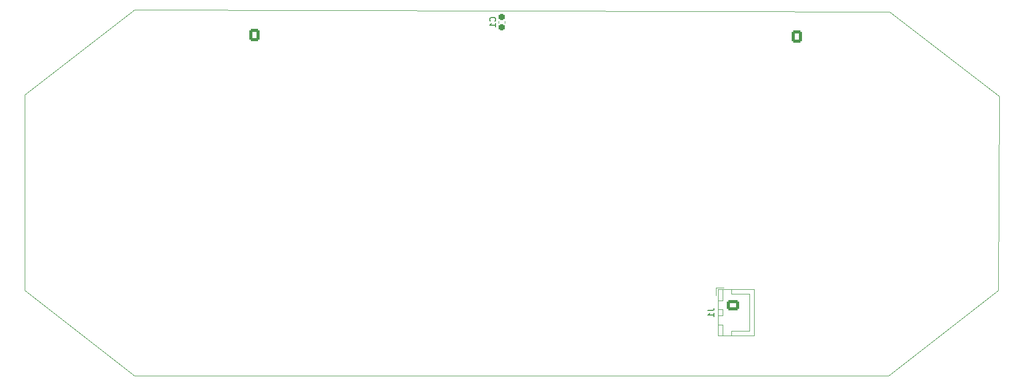
<source format=gbr>
%TF.GenerationSoftware,KiCad,Pcbnew,7.0.6-7.0.6~ubuntu20.04.1*%
%TF.CreationDate,2023-07-11T10:17:37+02:00*%
%TF.ProjectId,output_panel2023-07-11_081728.4517270000,6f757470-7574-45f7-9061-6e656c323032,rev?*%
%TF.SameCoordinates,Original*%
%TF.FileFunction,Legend,Bot*%
%TF.FilePolarity,Positive*%
%FSLAX45Y45*%
G04 Gerber Fmt 4.5, Leading zero omitted, Abs format (unit mm)*
G04 Created by KiCad (PCBNEW 7.0.6-7.0.6~ubuntu20.04.1) date 2023-07-11 10:17:37*
%MOMM*%
%LPD*%
G01*
G04 APERTURE LIST*
G04 Aperture macros list*
%AMRoundRect*
0 Rectangle with rounded corners*
0 $1 Rounding radius*
0 $2 $3 $4 $5 $6 $7 $8 $9 X,Y pos of 4 corners*
0 Add a 4 corners polygon primitive as box body*
4,1,4,$2,$3,$4,$5,$6,$7,$8,$9,$2,$3,0*
0 Add four circle primitives for the rounded corners*
1,1,$1+$1,$2,$3*
1,1,$1+$1,$4,$5*
1,1,$1+$1,$6,$7*
1,1,$1+$1,$8,$9*
0 Add four rect primitives between the rounded corners*
20,1,$1+$1,$2,$3,$4,$5,0*
20,1,$1+$1,$4,$5,$6,$7,0*
20,1,$1+$1,$6,$7,$8,$9,0*
20,1,$1+$1,$8,$9,$2,$3,0*%
G04 Aperture macros list end*
%TA.AperFunction,Profile*%
%ADD10C,0.100000*%
%TD*%
%ADD11C,0.150000*%
%ADD12C,0.120000*%
%ADD13C,5.600000*%
%ADD14RoundRect,0.250000X0.600000X0.725000X-0.600000X0.725000X-0.600000X-0.725000X0.600000X-0.725000X0*%
%ADD15O,1.700000X1.950000*%
%ADD16R,1.700000X1.700000*%
%ADD17O,1.700000X1.700000*%
%ADD18RoundRect,0.250000X-0.750000X0.600000X-0.750000X-0.600000X0.750000X-0.600000X0.750000X0.600000X0*%
%ADD19O,2.000000X1.700000*%
%ADD20RoundRect,0.237500X-0.237500X0.300000X-0.237500X-0.300000X0.237500X-0.300000X0.237500X0.300000X0*%
G04 APERTURE END LIST*
D10*
X1850000Y-6070000D02*
X50000Y-4670000D01*
X14250000Y-6070000D02*
X1850000Y-6070000D01*
X16050000Y-4670000D02*
X14250000Y-6070000D01*
X14270000Y-90000D02*
X16070000Y-1480000D01*
X16070000Y-1480000D02*
X16050000Y-4670000D01*
X50000Y-4670000D02*
X50000Y-1450000D01*
X50000Y-1450000D02*
X1850000Y-50000D01*
X1850000Y-50000D02*
X14270000Y-90000D01*
D11*
X11280482Y-5001666D02*
X11351910Y-5001666D01*
X11351910Y-5001666D02*
X11366196Y-4996904D01*
X11366196Y-4996904D02*
X11375720Y-4987381D01*
X11375720Y-4987381D02*
X11380482Y-4973095D01*
X11380482Y-4973095D02*
X11380482Y-4963571D01*
X11380482Y-5101666D02*
X11380482Y-5044524D01*
X11380482Y-5073095D02*
X11280482Y-5073095D01*
X11280482Y-5073095D02*
X11294768Y-5063571D01*
X11294768Y-5063571D02*
X11304291Y-5054047D01*
X11304291Y-5054047D02*
X11309053Y-5044524D01*
X7782958Y-239583D02*
X7787720Y-234821D01*
X7787720Y-234821D02*
X7792482Y-220535D01*
X7792482Y-220535D02*
X7792482Y-211012D01*
X7792482Y-211012D02*
X7787720Y-196726D01*
X7787720Y-196726D02*
X7778196Y-187202D01*
X7778196Y-187202D02*
X7768672Y-182440D01*
X7768672Y-182440D02*
X7749625Y-177678D01*
X7749625Y-177678D02*
X7735339Y-177678D01*
X7735339Y-177678D02*
X7716291Y-182440D01*
X7716291Y-182440D02*
X7706768Y-187202D01*
X7706768Y-187202D02*
X7697244Y-196726D01*
X7697244Y-196726D02*
X7692482Y-211012D01*
X7692482Y-211012D02*
X7692482Y-220535D01*
X7692482Y-220535D02*
X7697244Y-234821D01*
X7697244Y-234821D02*
X7702006Y-239583D01*
X7792482Y-334821D02*
X7792482Y-277678D01*
X7792482Y-306250D02*
X7692482Y-306250D01*
X7692482Y-306250D02*
X7706768Y-296726D01*
X7706768Y-296726D02*
X7716291Y-287202D01*
X7716291Y-287202D02*
X7721053Y-277678D01*
D12*
X11415000Y-4625000D02*
X11540000Y-4625000D01*
X12041000Y-4654000D02*
X12041000Y-5416000D01*
X11444000Y-4654000D02*
X12041000Y-4654000D01*
X11670000Y-4655000D02*
X11670000Y-4730000D01*
X11520000Y-4655000D02*
X11520000Y-4835000D01*
X11445000Y-4655000D02*
X11520000Y-4655000D01*
X11965000Y-4730000D02*
X11965000Y-5035000D01*
X11670000Y-4730000D02*
X11965000Y-4730000D01*
X11415000Y-4750000D02*
X11415000Y-4625000D01*
X11520000Y-4835000D02*
X11445000Y-4835000D01*
X11445000Y-4835000D02*
X11445000Y-4655000D01*
X11520000Y-4985000D02*
X11520000Y-5085000D01*
X11445000Y-4985000D02*
X11520000Y-4985000D01*
X11520000Y-5085000D02*
X11445000Y-5085000D01*
X11445000Y-5085000D02*
X11445000Y-4985000D01*
X11520000Y-5235000D02*
X11520000Y-5415000D01*
X11445000Y-5235000D02*
X11520000Y-5235000D01*
X11965000Y-5340000D02*
X11965000Y-5035000D01*
X11670000Y-5340000D02*
X11965000Y-5340000D01*
X11670000Y-5415000D02*
X11670000Y-5340000D01*
X11520000Y-5415000D02*
X11445000Y-5415000D01*
X11445000Y-5415000D02*
X11445000Y-5235000D01*
X12041000Y-5416000D02*
X11444000Y-5416000D01*
X11444000Y-5416000D02*
X11444000Y-4654000D01*
X7941000Y-241623D02*
X7941000Y-270876D01*
X7839000Y-241623D02*
X7839000Y-270876D01*
%LPC*%
D13*
X14350000Y-4970000D03*
X15350000Y-2770000D03*
X1850000Y-4970000D03*
D14*
X12740400Y-496200D03*
D15*
X12490400Y-496200D03*
X12240400Y-496200D03*
D16*
X8270000Y-276000D03*
D17*
X8524000Y-276000D03*
X8270000Y-530000D03*
X8524000Y-530000D03*
X8270000Y-784000D03*
X8524000Y-784000D03*
X8270000Y-1038000D03*
X8524000Y-1038000D03*
D13*
X1850000Y-770000D03*
X850000Y-2770000D03*
D14*
X3825000Y-472500D03*
D15*
X3575000Y-472500D03*
X3325000Y-472500D03*
D13*
X14350000Y-770000D03*
D18*
X11690000Y-4910000D03*
D19*
X11690000Y-5160000D03*
D20*
X7890000Y-170000D03*
X7890000Y-342500D03*
%LPD*%
M02*

</source>
